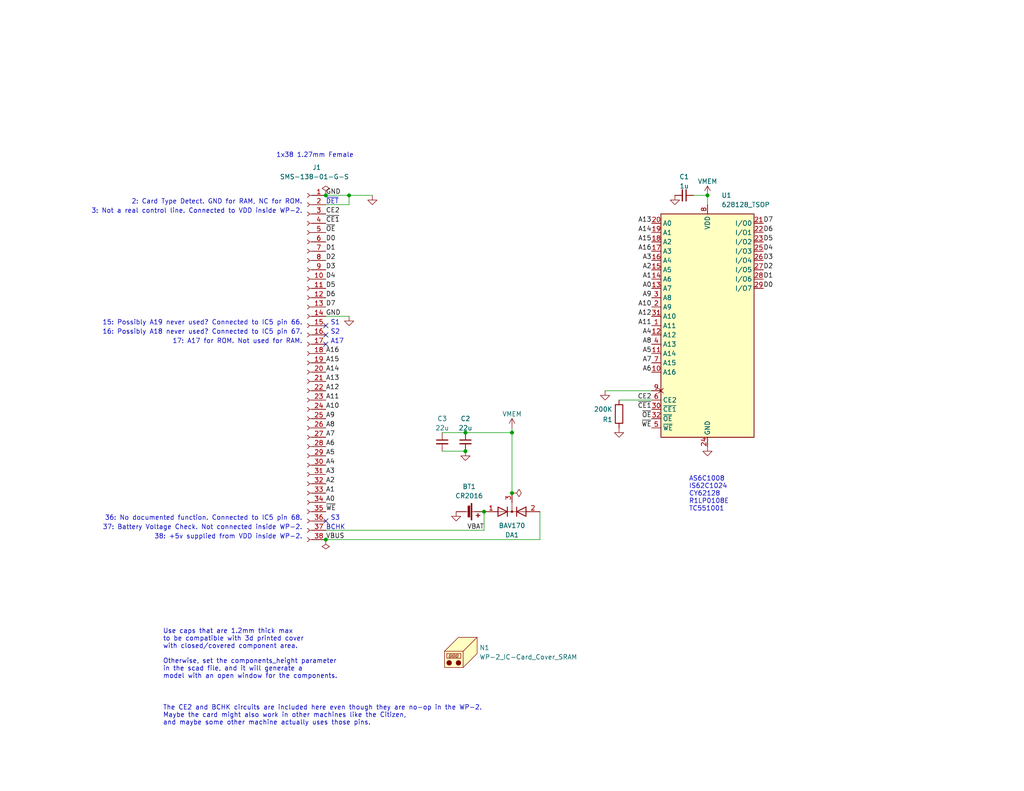
<source format=kicad_sch>
(kicad_sch (version 20231120) (generator "eeschema") (generator_version "8.0")
  (paper "USLetter")
  (title_block (title "WP-2_IC-Card_SRAM_128K") (date "2024-12-11") (rev "014") (company "Brian K. White - b.kenyon.w@gmail.com"))
  (lib_symbols
    (symbol "000_LOCAL:62-65C1024_TSOP-I-32"
      (property "Reference" "U" (at -10.16 31.75 0))
      (property "Value" "62-65C1024_TSOP-I-32" (at 12.7 31.75 0))
      (symbol "62-65C1024_TSOP-I-32_0_1"
        (rectangle (start -12.7 30.48) (end 12.7 -30.48) (stroke (width 0.254)) (fill (type background)))
      )
      (symbol "62-65C1024_TSOP-I-32_1_1"
        (pin input line (at -15.24 0 0) (length 2.54) (name "A11") (number "1"))
        (pin input line (at -15.24 -12.7 0) (length 2.54) (name "A16") (number "10"))
        (pin input line (at -15.24 -7.62 0) (length 2.54) (name "A14") (number "11"))
        (pin input line (at -15.24 -2.54 0) (length 2.54) (name "A12") (number "12"))
        (pin input line (at -15.24 10.16 0) (length 2.54) (name "A7") (number "13"))
        (pin input line (at -15.24 12.7 0) (length 2.54) (name "A6") (number "14"))
        (pin input line (at -15.24 15.24 0) (length 2.54) (name "A5") (number "15"))
        (pin input line (at -15.24 17.78 0) (length 2.54) (name "A4") (number "16"))
        (pin input line (at -15.24 20.32 0) (length 2.54) (name "A3") (number "17"))
        (pin input line (at -15.24 22.86 0) (length 2.54) (name "A2") (number "18"))
        (pin input line (at -15.24 25.4 0) (length 2.54) (name "A1") (number "19"))
        (pin input line (at -15.24 5.08 0) (length 2.54) (name "A9") (number "2"))
        (pin input line (at -15.24 27.94 0) (length 2.54) (name "A0") (number "20"))
        (pin bidirectional line (at 15.24 27.94 180) (length 2.54) (name "I/O0") (number "21"))
        (pin bidirectional line (at 15.24 25.4 180) (length 2.54) (name "I/O1") (number "22"))
        (pin bidirectional line (at 15.24 22.86 180) (length 2.54) (name "I/O2") (number "23"))
        (pin power_in line (at 0 -33.02 90) (length 2.54) (name "GND") (number "24"))
        (pin bidirectional line (at 15.24 20.32 180) (length 2.54) (name "I/O3") (number "25"))
        (pin bidirectional line (at 15.24 17.78 180) (length 2.54) (name "I/O4") (number "26"))
        (pin bidirectional line (at 15.24 15.24 180) (length 2.54) (name "I/O5") (number "27"))
        (pin bidirectional line (at 15.24 12.7 180) (length 2.54) (name "I/O6") (number "28"))
        (pin bidirectional line (at 15.24 10.16 180) (length 2.54) (name "I/O7") (number "29"))
        (pin input line (at -15.24 7.62 0) (length 2.54) (name "A8") (number "3"))
        (pin input line (at -15.24 -22.86 0) (length 2.54) (name "~{CE1}") (number "30"))
        (pin input line (at -15.24 2.54 0) (length 2.54) (name "A10") (number "31"))
        (pin input line (at -15.24 -25.4 0) (length 2.54) (name "~{OE}") (number "32"))
        (pin input line (at -15.24 -5.08 0) (length 2.54) (name "A13") (number "4"))
        (pin input line (at -15.24 -27.94 0) (length 2.54) (name "~{WE}") (number "5"))
        (pin input line (at -15.24 -20.32 0) (length 2.54) (name "CE2") (number "6"))
        (pin input line (at -15.24 -10.16 0) (length 2.54) (name "A15") (number "7"))
        (pin power_in line (at 0 33.02 270) (length 2.54) (name "VDD") (number "8"))
        (pin passive non_logic (at -15.24 -17.78 0) (length 2.54) (name "~") (number "9"))
      )
    )
    (symbol "000_LOCAL:BAV170" (pin_names hide)
      (property "Reference" "D" (at 0.635 -2.54 0))
      (property "Value" "BAV170" (at 0 2.54 0))
      (symbol "BAV170_0_1"
        (polyline (pts (xy -3.81 0) (xy 3.81 0)))
        (polyline (pts (xy 0 0) (xy 0 -2.54)))
        (polyline (pts (xy -1.27 -1.27) (xy -1.27 1.27) (xy -1.27 1.27)) (stroke (width 0.254)))
        (polyline (pts (xy 1.27 -1.27) (xy 1.27 1.27) (xy 1.27 1.27)) (stroke (width 0.254)))
        (polyline (pts (xy -3.81 1.27) (xy -1.27 0) (xy -3.81 -1.27) (xy -3.81 1.27) (xy -3.81 1.27) (xy -3.81 1.27)) (stroke (width 0.254)))
        (polyline (pts (xy 3.81 -1.27) (xy 1.27 0) (xy 3.81 1.27) (xy 3.81 -1.27) (xy 3.81 -1.27) (xy 3.81 -1.27)) (stroke (width 0.254)))
        (circle (center 0 0) (radius 0.254) (fill (type outline)))
        (pin passive line (at -7.62 0 0) (length 3.81) (name "A") (number "1"))
        (pin passive line (at 7.62 0 180) (length 3.81) (name "A") (number "2"))
        (pin passive line (at 0 -5.08 90) (length 2.54) (name "K") (number "3"))
      )
    )
    (symbol "000_LOCAL:C_Small" (pin_numbers hide) (pin_names (offset 0.254) hide)
      (property "Reference" "C" (at 0.254 1.778 0))
      (property "Value" "C_Small" (at 0.254 -2.032 0))
      (symbol "C_Small_0_1"
        (polyline (pts (xy -1.524 -0.508) (xy 1.524 -0.508)) (stroke (width 0.3302)))
        (polyline (pts (xy -1.524 0.508) (xy 1.524 0.508)) (stroke (width 0.3048)))
      )
      (symbol "C_Small_1_1"
        (pin passive line (at 0 2.54 270) (length 2.032) (name "~") (number "1"))
        (pin passive line (at 0 -2.54 90) (length 2.032) (name "~") (number "2"))
      )
    )
    (symbol "000_LOCAL:Conn_01x38_Female" (pin_names (offset 1.016) hide)
      (property "Reference" "J" (at 0 48.26 0))
      (property "Value" "Conn_01x38_Female" (at 0 -50.8 0))
      (symbol "Conn_01x38_Female_1_1"
        (arc (start 0 -47.752) (mid -0.5058 -48.26) (end 0 -48.768) (stroke (width 0.1524)))
        (arc (start 0 -45.212) (mid -0.5058 -45.72) (end 0 -46.228) (stroke (width 0.1524)))
        (arc (start 0 -42.672) (mid -0.5058 -43.18) (end 0 -43.688) (stroke (width 0.1524)))
        (arc (start 0 -40.132) (mid -0.5058 -40.64) (end 0 -41.148) (stroke (width 0.1524)))
        (arc (start 0 -37.592) (mid -0.5058 -38.1) (end 0 -38.608) (stroke (width 0.1524)))
        (arc (start 0 -35.052) (mid -0.5058 -35.56) (end 0 -36.068) (stroke (width 0.1524)))
        (arc (start 0 -32.512) (mid -0.5058 -33.02) (end 0 -33.528) (stroke (width 0.1524)))
        (arc (start 0 -29.972) (mid -0.5058 -30.48) (end 0 -30.988) (stroke (width 0.1524)))
        (arc (start 0 -27.432) (mid -0.5058 -27.94) (end 0 -28.448) (stroke (width 0.1524)))
        (arc (start 0 -24.892) (mid -0.5058 -25.4) (end 0 -25.908) (stroke (width 0.1524)))
        (arc (start 0 -22.352) (mid -0.5058 -22.86) (end 0 -23.368) (stroke (width 0.1524)))
        (arc (start 0 -19.812) (mid -0.5058 -20.32) (end 0 -20.828) (stroke (width 0.1524)))
        (arc (start 0 -17.272) (mid -0.5058 -17.78) (end 0 -18.288) (stroke (width 0.1524)))
        (arc (start 0 -14.732) (mid -0.5058 -15.24) (end 0 -15.748) (stroke (width 0.1524)))
        (arc (start 0 -12.192) (mid -0.5058 -12.7) (end 0 -13.208) (stroke (width 0.1524)))
        (arc (start 0 -9.652) (mid -0.5058 -10.16) (end 0 -10.668) (stroke (width 0.1524)))
        (arc (start 0 -7.112) (mid -0.5058 -7.62) (end 0 -8.128) (stroke (width 0.1524)))
        (arc (start 0 -4.572) (mid -0.5058 -5.08) (end 0 -5.588) (stroke (width 0.1524)))
        (arc (start 0 -2.032) (mid -0.5058 -2.54) (end 0 -3.048) (stroke (width 0.1524)))
        (polyline (pts (xy -1.27 -48.26) (xy -0.508 -48.26)) (stroke (width 0.1524)))
        (polyline (pts (xy -1.27 -45.72) (xy -0.508 -45.72)) (stroke (width 0.1524)))
        (polyline (pts (xy -1.27 -43.18) (xy -0.508 -43.18)) (stroke (width 0.1524)))
        (polyline (pts (xy -1.27 -40.64) (xy -0.508 -40.64)) (stroke (width 0.1524)))
        (polyline (pts (xy -1.27 -38.1) (xy -0.508 -38.1)) (stroke (width 0.1524)))
        (polyline (pts (xy -1.27 -35.56) (xy -0.508 -35.56)) (stroke (width 0.1524)))
        (polyline (pts (xy -1.27 -33.02) (xy -0.508 -33.02)) (stroke (width 0.1524)))
        (polyline (pts (xy -1.27 -30.48) (xy -0.508 -30.48)) (stroke (width 0.1524)))
        (polyline (pts (xy -1.27 -27.94) (xy -0.508 -27.94)) (stroke (width 0.1524)))
        (polyline (pts (xy -1.27 -25.4) (xy -0.508 -25.4)) (stroke (width 0.1524)))
        (polyline (pts (xy -1.27 -22.86) (xy -0.508 -22.86)) (stroke (width 0.1524)))
        (polyline (pts (xy -1.27 -20.32) (xy -0.508 -20.32)) (stroke (width 0.1524)))
        (polyline (pts (xy -1.27 -17.78) (xy -0.508 -17.78)) (stroke (width 0.1524)))
        (polyline (pts (xy -1.27 -15.24) (xy -0.508 -15.24)) (stroke (width 0.1524)))
        (polyline (pts (xy -1.27 -12.7) (xy -0.508 -12.7)) (stroke (width 0.1524)))
        (polyline (pts (xy -1.27 -10.16) (xy -0.508 -10.16)) (stroke (width 0.1524)))
        (polyline (pts (xy -1.27 -7.62) (xy -0.508 -7.62)) (stroke (width 0.1524)))
        (polyline (pts (xy -1.27 -5.08) (xy -0.508 -5.08)) (stroke (width 0.1524)))
        (polyline (pts (xy -1.27 -2.54) (xy -0.508 -2.54)) (stroke (width 0.1524)))
        (polyline (pts (xy -1.27 0) (xy -0.508 0)) (stroke (width 0.1524)))
        (polyline (pts (xy -1.27 2.54) (xy -0.508 2.54)) (stroke (width 0.1524)))
        (polyline (pts (xy -1.27 5.08) (xy -0.508 5.08)) (stroke (width 0.1524)))
        (polyline (pts (xy -1.27 7.62) (xy -0.508 7.62)) (stroke (width 0.1524)))
        (polyline (pts (xy -1.27 10.16) (xy -0.508 10.16)) (stroke (width 0.1524)))
        (polyline (pts (xy -1.27 12.7) (xy -0.508 12.7)) (stroke (width 0.1524)))
        (polyline (pts (xy -1.27 15.24) (xy -0.508 15.24)) (stroke (width 0.1524)))
        (polyline (pts (xy -1.27 17.78) (xy -0.508 17.78)) (stroke (width 0.1524)))
        (polyline (pts (xy -1.27 20.32) (xy -0.508 20.32)) (stroke (width 0.1524)))
        (polyline (pts (xy -1.27 22.86) (xy -0.508 22.86)) (stroke (width 0.1524)))
        (polyline (pts (xy -1.27 25.4) (xy -0.508 25.4)) (stroke (width 0.1524)))
        (polyline (pts (xy -1.27 27.94) (xy -0.508 27.94)) (stroke (width 0.1524)))
        (polyline (pts (xy -1.27 30.48) (xy -0.508 30.48)) (stroke (width 0.1524)))
        (polyline (pts (xy -1.27 33.02) (xy -0.508 33.02)) (stroke (width 0.1524)))
        (polyline (pts (xy -1.27 35.56) (xy -0.508 35.56)) (stroke (width 0.1524)))
        (polyline (pts (xy -1.27 38.1) (xy -0.508 38.1)) (stroke (width 0.1524)))
        (polyline (pts (xy -1.27 40.64) (xy -0.508 40.64)) (stroke (width 0.1524)))
        (polyline (pts (xy -1.27 43.18) (xy -0.508 43.18)) (stroke (width 0.1524)))
        (polyline (pts (xy -1.27 45.72) (xy -0.508 45.72)) (stroke (width 0.1524)))
        (arc (start 0 0.508) (mid -0.5058 0) (end 0 -0.508) (stroke (width 0.1524)))
        (arc (start 0 3.048) (mid -0.5058 2.54) (end 0 2.032) (stroke (width 0.1524)))
        (arc (start 0 5.588) (mid -0.5058 5.08) (end 0 4.572) (stroke (width 0.1524)))
        (arc (start 0 8.128) (mid -0.5058 7.62) (end 0 7.112) (stroke (width 0.1524)))
        (arc (start 0 10.668) (mid -0.5058 10.16) (end 0 9.652) (stroke (width 0.1524)))
        (arc (start 0 13.208) (mid -0.5058 12.7) (end 0 12.192) (stroke (width 0.1524)))
        (arc (start 0 15.748) (mid -0.5058 15.24) (end 0 14.732) (stroke (width 0.1524)))
        (arc (start 0 18.288) (mid -0.5058 17.78) (end 0 17.272) (stroke (width 0.1524)))
        (arc (start 0 20.828) (mid -0.5058 20.32) (end 0 19.812) (stroke (width 0.1524)))
        (arc (start 0 23.368) (mid -0.5058 22.86) (end 0 22.352) (stroke (width 0.1524)))
        (arc (start 0 25.908) (mid -0.5058 25.4) (end 0 24.892) (stroke (width 0.1524)))
        (arc (start 0 28.448) (mid -0.5058 27.94) (end 0 27.432) (stroke (width 0.1524)))
        (arc (start 0 30.988) (mid -0.5058 30.48) (end 0 29.972) (stroke (width 0.1524)))
        (arc (start 0 33.528) (mid -0.5058 33.02) (end 0 32.512) (stroke (width 0.1524)))
        (arc (start 0 36.068) (mid -0.5058 35.56) (end 0 35.052) (stroke (width 0.1524)))
        (arc (start 0 38.608) (mid -0.5058 38.1) (end 0 37.592) (stroke (width 0.1524)))
        (arc (start 0 41.148) (mid -0.5058 40.64) (end 0 40.132) (stroke (width 0.1524)))
        (arc (start 0 43.688) (mid -0.5058 43.18) (end 0 42.672) (stroke (width 0.1524)))
        (arc (start 0 46.228) (mid -0.5058 45.72) (end 0 45.212) (stroke (width 0.1524)))
        (pin passive line (at -5.08 45.72 0) (length 3.81) (name "Pin_1") (number "1"))
        (pin passive line (at -5.08 22.86 0) (length 3.81) (name "Pin_10") (number "10"))
        (pin passive line (at -5.08 20.32 0) (length 3.81) (name "Pin_11") (number "11"))
        (pin passive line (at -5.08 17.78 0) (length 3.81) (name "Pin_12") (number "12"))
        (pin passive line (at -5.08 15.24 0) (length 3.81) (name "Pin_13") (number "13"))
        (pin passive line (at -5.08 12.7 0) (length 3.81) (name "Pin_14") (number "14"))
        (pin passive line (at -5.08 10.16 0) (length 3.81) (name "Pin_15") (number "15"))
        (pin passive line (at -5.08 7.62 0) (length 3.81) (name "Pin_16") (number "16"))
        (pin passive line (at -5.08 5.08 0) (length 3.81) (name "Pin_17") (number "17"))
        (pin passive line (at -5.08 2.54 0) (length 3.81) (name "Pin_18") (number "18"))
        (pin passive line (at -5.08 0 0) (length 3.81) (name "Pin_19") (number "19"))
        (pin passive line (at -5.08 43.18 0) (length 3.81) (name "Pin_2") (number "2"))
        (pin passive line (at -5.08 -2.54 0) (length 3.81) (name "Pin_20") (number "20"))
        (pin passive line (at -5.08 -5.08 0) (length 3.81) (name "Pin_21") (number "21"))
        (pin passive line (at -5.08 -7.62 0) (length 3.81) (name "Pin_22") (number "22"))
        (pin passive line (at -5.08 -10.16 0) (length 3.81) (name "Pin_23") (number "23"))
        (pin passive line (at -5.08 -12.7 0) (length 3.81) (name "Pin_24") (number "24"))
        (pin passive line (at -5.08 -15.24 0) (length 3.81) (name "Pin_25") (number "25"))
        (pin passive line (at -5.08 -17.78 0) (length 3.81) (name "Pin_26") (number "26"))
        (pin passive line (at -5.08 -20.32 0) (length 3.81) (name "Pin_27") (number "27"))
        (pin passive line (at -5.08 -22.86 0) (length 3.81) (name "Pin_28") (number "28"))
        (pin passive line (at -5.08 -25.4 0) (length 3.81) (name "Pin_29") (number "29"))
        (pin passive line (at -5.08 40.64 0) (length 3.81) (name "Pin_3") (number "3"))
        (pin passive line (at -5.08 -27.94 0) (length 3.81) (name "Pin_30") (number "30"))
        (pin passive line (at -5.08 -30.48 0) (length 3.81) (name "Pin_31") (number "31"))
        (pin passive line (at -5.08 -33.02 0) (length 3.81) (name "Pin_32") (number "32"))
        (pin passive line (at -5.08 -35.56 0) (length 3.81) (name "Pin_33") (number "33"))
        (pin passive line (at -5.08 -38.1 0) (length 3.81) (name "Pin_34") (number "34"))
        (pin passive line (at -5.08 -40.64 0) (length 3.81) (name "Pin_35") (number "35"))
        (pin passive line (at -5.08 -43.18 0) (length 3.81) (name "Pin_36") (number "36"))
        (pin passive line (at -5.08 -45.72 0) (length 3.81) (name "Pin_37") (number "37"))
        (pin passive line (at -5.08 -48.26 0) (length 3.81) (name "Pin_38") (number "38"))
        (pin passive line (at -5.08 38.1 0) (length 3.81) (name "Pin_4") (number "4"))
        (pin passive line (at -5.08 35.56 0) (length 3.81) (name "Pin_5") (number "5"))
        (pin passive line (at -5.08 33.02 0) (length 3.81) (name "Pin_6") (number "6"))
        (pin passive line (at -5.08 30.48 0) (length 3.81) (name "Pin_7") (number "7"))
        (pin passive line (at -5.08 27.94 0) (length 3.81) (name "Pin_8") (number "8"))
        (pin passive line (at -5.08 25.4 0) (length 3.81) (name "Pin_9") (number "9"))
      )
    )
    (symbol "000_LOCAL:Housing" (pin_names (offset 1.016)) (exclude_from_sim yes)
      (property "Reference" "N" (at 3.81 0 0))
      (property "Value" "Housing" (at 3.81 -1.905 0))
      (symbol "Housing_0_1"
        (rectangle (start -5.08 -0.635) (end -1.27 -1.905))
        (circle (center -4.445 -3.175) (radius 0.635) (fill (type outline)))
        (circle (center -1.905 -3.175) (radius 0.635) (fill (type outline)))
        (polyline (pts (xy -4.5212 -1.5748) (xy -4.4704 -1.3716)))
        (polyline (pts (xy -4.4196 -1.6764) (xy -4.064 -1.6764)))
        (polyline (pts (xy -4.4196 -1.2192) (xy -4.3688 -0.9652)))
        (polyline (pts (xy -4.318 -1.3208) (xy -4.0132 -1.3208)))
        (polyline (pts (xy -4.2164 -0.9144) (xy -3.9116 -0.9144)))
        (polyline (pts (xy -3.9116 -1.6256) (xy -3.8608 -1.3716)))
        (polyline (pts (xy -3.81 -1.2192) (xy -3.7592 -0.9652)))
        (polyline (pts (xy -3.6068 -1.5748) (xy -3.556 -1.3716)))
        (polyline (pts (xy -3.5052 -1.6764) (xy -3.1496 -1.6764)))
        (polyline (pts (xy -3.5052 -1.2192) (xy -3.4544 -0.9652)))
        (polyline (pts (xy -3.4036 -1.3208) (xy -3.0988 -1.3208)))
        (polyline (pts (xy -3.302 -0.9144) (xy -2.9972 -0.9144)))
        (polyline (pts (xy -2.9972 -1.6256) (xy -2.9464 -1.3716)))
        (polyline (pts (xy -2.8956 -1.2192) (xy -2.8448 -0.9652)))
        (polyline (pts (xy -2.6924 -1.5748) (xy -2.6416 -1.3716)))
        (polyline (pts (xy -2.5908 -1.6764) (xy -2.2352 -1.6764)))
        (polyline (pts (xy -2.5908 -1.2192) (xy -2.54 -0.9652)))
        (polyline (pts (xy -2.4892 -1.3208) (xy -2.1844 -1.3208)))
        (polyline (pts (xy -2.3876 -0.9144) (xy -2.0828 -0.9144)))
        (polyline (pts (xy -2.0828 -1.6256) (xy -2.032 -1.3716)))
        (polyline (pts (xy -1.9812 -1.2192) (xy -1.9304 -0.9652)))
        (polyline (pts (xy -0.635 0) (xy -0.635 -4.445)))
        (polyline (pts (xy -5.715 0) (xy -0.635 0) (xy 3.175 3.81)))
        (polyline (pts (xy -5.715 0) (xy -5.715 -4.445) (xy -0.635 -4.445) (xy 3.175 -0.635) (xy 3.175 3.81) (xy -1.905 3.81) (xy -5.715 0)) (fill (type background)))
      )
    )
    (symbol "000_LOCAL:R" (pin_numbers hide) (pin_names (offset 0))
      (property "Reference" "R" (at 2.032 0 90))
      (property "Value" "R" (at 0 0 90))
      (symbol "R_0_1"
        (rectangle (start -1.016 -2.54) (end 1.016 2.54) (stroke (width 0.254)))
      )
      (symbol "R_1_1"
        (pin passive line (at 0 3.81 270) (length 1.27) (name "~") (number "1"))
        (pin passive line (at 0 -3.81 90) (length 1.27) (name "~") (number "2"))
      )
    )
    (symbol "Device:Battery_Cell" (pin_numbers hide) (pin_names (offset 0) hide)
      (property "Reference" "BT" (at 2.54 2.54 0))
      (property "Value" "Battery_Cell" (at 2.54 0 0))
      (symbol "Battery_Cell_0_1"
        (rectangle (start -2.286 1.778) (end 2.286 1.524) (fill (type outline)))
        (rectangle (start -1.5748 1.1938) (end 1.4732 0.6858) (fill (type outline)))
        (polyline (pts (xy 0 0.762) (xy 0 0)))
        (polyline (pts (xy 0 1.778) (xy 0 2.54)))
        (polyline (pts (xy 0.508 3.429) (xy 1.524 3.429)) (stroke (width 0.254)))
        (polyline (pts (xy 1.016 3.937) (xy 1.016 2.921)) (stroke (width 0.254)))
      )
      (symbol "Battery_Cell_1_1"
        (pin passive line (at 0 5.08 270) (length 2.54) (name "+") (number "1"))
        (pin passive line (at 0 -2.54 90) (length 2.54) (name "-") (number "2"))
      )
    )
    (symbol "power:GND" (power) (pin_names (offset 0))
      (property "Value" "GND" (at 0 -3.81 0))
      (symbol "GND_0_1"
        (polyline (pts (xy 0 0) (xy 0 -1.27) (xy 1.27 -1.27) (xy 0 -2.54) (xy -1.27 -1.27) (xy 0 -1.27)))
      )
      (symbol "GND_1_1"
        (pin power_in line (at 0 0 270) (length 0) hide (name "GND") (number "1"))
      )
    )
    (symbol "power:PWR_FLAG" (power) (pin_numbers hide) (pin_names (offset 0) hide)
      (property "Value" "PWR_FLAG" (at 0 3.81 0))
      (symbol "PWR_FLAG_0_0"
        (pin power_out line (at 0 0 90) (length 0) (name "pwr") (number "1"))
      )
      (symbol "PWR_FLAG_0_1"
        (polyline (pts (xy 0 0) (xy 0 1.27) (xy -1.016 1.905) (xy 0 2.54) (xy 1.016 1.905) (xy 0 1.27)))
      )
    )
    (symbol "power:VMEM" (power) (pin_names (offset 0))
      (property "Value" "VMEM" (at 0 3.81 0))
      (symbol "VMEM_0_1"
        (polyline (pts (xy -0.762 1.27) (xy 0 2.54)))
        (polyline (pts (xy 0 0) (xy 0 2.54)))
        (polyline (pts (xy 0 2.54) (xy 0.762 1.27)))
      )
      (symbol "VMEM_1_1"
        (pin power_in line (at 0 0 90) (length 0) hide (name "VMEM") (number "1"))
      )
    )
  )
  (junction (at 95.25 53.34))
  (junction (at 127 118.11))
  (junction (at 139.7 118.11))
  (junction (at 139.7 134.62))
  (junction (at 132.08 139.7))
  (junction (at 88.9 53.34))
  (junction (at 88.9 147.32))
  (junction (at 127 123.19))
  (junction (at 193.04 53.34))
  (no_connect (at 88.9 91.44))
  (no_connect (at 88.9 142.24))
  (no_connect (at 88.9 93.98))
  (no_connect (at 88.9 88.9))
  (wire (pts (xy 168.91 109.22) (xy 177.8 109.22)))
  (wire (pts (xy 127 118.11) (xy 139.7 118.11)))
  (wire (pts (xy 147.32 147.32) (xy 147.32 139.7)))
  (wire (pts (xy 120.65 118.11) (xy 127 118.11)))
  (wire (pts (xy 95.25 86.36) (xy 88.9 86.36)))
  (wire (pts (xy 165.1 106.68) (xy 177.8 106.68)))
  (wire (pts (xy 193.04 53.34) (xy 193.04 55.88)))
  (wire (pts (xy 120.65 123.19) (xy 127 123.19)))
  (wire (pts (xy 189.23 53.34) (xy 193.04 53.34)))
  (wire (pts (xy 95.25 55.88) (xy 88.9 55.88)))
  (wire (pts (xy 132.08 144.78) (xy 132.08 139.7)))
  (wire (pts (xy 88.9 147.32) (xy 147.32 147.32)))
  (wire (pts (xy 95.25 53.34) (xy 101.6 53.34)))
  (wire (pts (xy 95.25 53.34) (xy 88.9 53.34)))
  (wire (pts (xy 139.7 118.11) (xy 139.7 116.84)))
  (wire (pts (xy 139.7 118.11) (xy 139.7 134.62)))
  (wire (pts (xy 88.9 144.78) (xy 132.08 144.78)))
  (wire (pts (xy 95.25 53.34) (xy 95.25 55.88)))
  (text "3: Not a real control line. Connected to VDD inside WP-2." (at 82.55 58.42 0) (effects (font (size 1.27 1.27)) (justify right bottom)))
  (text "BCHK" (at 88.9 144.78 0) (effects (font (size 1.27 1.27)) (justify left bottom)))
  (text "S1" (at 90.17 88.9 0) (effects (font (size 1.27 1.27)) (justify left bottom)))
  (text "38: +5v supplied from VDD inside WP-2." (at 82.55 147.32 0) (effects (font (size 1.27 1.27)) (justify right bottom)))
  (text "A17" (at 90.17 93.98 0) (effects (font (size 1.27 1.27)) (justify left bottom)))
  (text "The CE2 and BCHK circuits are included here even though they are no-op in the WP-2.\nMaybe the card might also work in other machines like the Citizen,\nand maybe some other machine actually uses those pins." (at 44.45 198.12 0) (effects (font (size 1.27 1.27)) (justify left bottom)))
  (text "1x38 1.27mm Female" (at 96.52 43.18 0) (effects (font (size 1.27 1.27)) (justify right bottom)))
  (text "36: No documented function. Connected to IC5 pin 68." (at 82.55 142.24 0) (effects (font (size 1.27 1.27)) (justify right bottom)))
  (text "15: Possibly A19 never used? Connected to IC5 pin 66." (at 82.55 88.9 0) (effects (font (size 1.27 1.27)) (justify right bottom)))
  (text "37: Battery Voltage Check. Not connected inside WP-2." (at 82.55 144.78 0) (effects (font (size 1.27 1.27)) (justify right bottom)))
  (text "~{DET}" (at 88.9 55.88 0) (effects (font (size 1.27 1.27)) (justify left bottom)))
  (text "Use caps that are 1.2mm thick max\nto be compatible with 3d printed cover\nwith closed/covered component area.\n\nOtherwise, set the components_height parameter\nin the scad file, and it will generate a\nmodel with an open window for the components.\n" (at 44.45 185.42 0) (effects (font (size 1.27 1.27)) (justify left bottom)))
  (text "16: Possibly A18 never used? Connected to IC5 pin 67." (at 82.55 91.44 0) (effects (font (size 1.27 1.27)) (justify right bottom)))
  (text "S2" (at 90.17 91.44 0) (effects (font (size 1.27 1.27)) (justify left bottom)))
  (text "2: Card Type Detect. GND for RAM, NC for ROM." (at 82.55 55.88 0) (effects (font (size 1.27 1.27)) (justify right bottom)))
  (text "AS6C1008\nIS62C1024\nCY62128\nR1LP0108E\nTC551001" (at 187.96 139.7 0) (effects (font (size 1.27 1.27)) (justify left bottom)))
  (text "17: A17 for ROM. Not used for RAM." (at 82.55 93.98 0) (effects (font (size 1.27 1.27)) (justify right bottom)))
  (text "S3" (at 90.17 142.24 0) (effects (font (size 1.27 1.27)) (justify left bottom)))
  (label "A3" (at 177.8 71.12 180))
  (label "A10" (at 88.9 111.76 0))
  (label "D3" (at 208.28 71.12 0))
  (label "A1" (at 177.8 76.2 180))
  (label "D0" (at 88.9 66.04 0))
  (label "D7" (at 208.28 60.96 0))
  (label "D0" (at 208.28 78.74 0))
  (label "A11" (at 88.9 109.22 0))
  (label "A11" (at 177.8 88.9 180))
  (label "~{CE1}" (at 88.9 60.96 0))
  (label "VBAT" (at 132.08 144.78 180))
  (label "A13" (at 177.8 60.96 180))
  (label "A15" (at 177.8 66.04 180))
  (label "CE2" (at 177.8 109.22 180))
  (label "D3" (at 88.9 73.66 0))
  (label "A9" (at 88.9 114.3 0))
  (label "A10" (at 177.8 83.82 180))
  (label "~{WE}" (at 177.8 116.84 180))
  (label "GND" (at 88.9 86.36 0))
  (label "D7" (at 88.9 83.82 0))
  (label "A14" (at 88.9 101.6 0))
  (label "A16" (at 88.9 96.52 0))
  (label "A2" (at 177.8 73.66 180))
  (label "A4" (at 177.8 91.44 180))
  (label "CE2" (at 88.9 58.42 0))
  (label "A6" (at 177.8 101.6 180))
  (label "GND" (at 88.9 53.34 0))
  (label "A8" (at 88.9 116.84 0))
  (label "A14" (at 177.8 63.5 180))
  (label "D5" (at 88.9 78.74 0))
  (label "A7" (at 88.9 119.38 0))
  (label "A15" (at 88.9 99.06 0))
  (label "A3" (at 88.9 129.54 0))
  (label "VBUS" (at 88.9 147.32 0))
  (label "A8" (at 177.8 93.98 180))
  (label "~{OE}" (at 177.8 114.3 180))
  (label "A12" (at 88.9 106.68 0))
  (label "A5" (at 88.9 124.46 0))
  (label "A6" (at 88.9 121.92 0))
  (label "D1" (at 88.9 68.58 0))
  (label "A16" (at 177.8 68.58 180))
  (label "~{OE}" (at 88.9 63.5 0))
  (label "A5" (at 177.8 96.52 180))
  (label "A2" (at 88.9 132.08 0))
  (label "A7" (at 177.8 99.06 180))
  (label "A13" (at 88.9 104.14 0))
  (label "D4" (at 208.28 68.58 0))
  (label "A0" (at 177.8 78.74 180))
  (label "A12" (at 177.8 86.36 180))
  (label "A9" (at 177.8 81.28 180))
  (label "D2" (at 88.9 71.12 0))
  (label "~{CE1}" (at 177.8 111.76 180))
  (label "A1" (at 88.9 134.62 0))
  (label "~{WE}" (at 88.9 139.7 0))
  (label "A0" (at 88.9 137.16 0))
  (label "D2" (at 208.28 73.66 0))
  (label "D6" (at 208.28 63.5 0))
  (label "D6" (at 88.9 81.28 0))
  (label "D4" (at 88.9 76.2 0))
  (label "D5" (at 208.28 66.04 0))
  (label "A4" (at 88.9 127 0))
  (label "D1" (at 208.28 76.2 0))
  (symbol (lib_id "000_LOCAL:Conn_01x38_Female") (at 83.82 99.06 0) (mirror y) (unit 1)
    (property "Reference" "J1" (at 87.63 45.72 0) (effects (justify left)))
    (property "Value" "SMS-138-01-G-S" (at 95.25 48.26 0) (effects (justify left)))
    (property "Footprint" "000_LOCAL:SMS-138-01-x-x_pcb_edge" (effects (hide yes)))
    (property "Datasheet" "datasheets/sms.pdf" (effects (hide yes)))
    (property "Description" "CONN SKT .050\" 38POS" (effects (hide yes)))
    (property "MPN" "SMS-138-01-G-S" (effects (hide yes)))
  )
  (symbol (lib_id "power:GND") (at 101.6 53.34 0) (mirror y) (unit 1)
    (property "Reference" "#PWR0102" (effects (hide yes)))
    (property "Value" "GND" (effects (hide yes)))
  )
  (symbol (lib_id "power:GND") (at 193.04 121.92 0) (unit 1)
    (property "Reference" "#PWR0106" (effects (hide yes)))
    (property "Value" "GND" (effects (hide yes)))
  )
  (symbol (lib_id "power:GND") (at 127 123.19 0) (mirror y) (unit 1)
    (property "Reference" "#PWR0101" (effects (hide yes)))
    (property "Value" "GND" (effects (hide yes)))
  )
  (symbol (lib_id "Device:Battery_Cell") (at 127 139.7 270) (unit 1)
    (property "Reference" "BT1" (at 128.016 132.842 90))
    (property "Value" "CR2016" (at 128.016 135.382 90))
    (property "Footprint" "000_LOCAL:2016_battery_holder_smt" (effects (hide yes)))
    (property "Description" "BATTERY RETAINER COIN 20MM SMD" (effects (hide yes)))
    (property "MPN" "Keystone 3026" (effects (hide yes)))
  )
  (symbol (lib_id "000_LOCAL:R") (at 168.91 113.03 0) (mirror x) (unit 1)
    (property "Reference" "R1" (at 167.132 114.554 0) (effects (justify right)))
    (property "Value" "200K" (at 167.132 111.76 0) (effects (justify right)))
    (property "Footprint" "000_LOCAL:R_0805" (effects (hide yes)))
    (property "Description" "RES SMD 200K OHM 1% 1/8W 0805" (effects (hide yes)))
    (property "MPN" "CRCW0805200KFKEA" (effects (hide yes)))
  )
  (symbol (lib_id "000_LOCAL:C_Small") (at 186.69 53.34 270) (mirror x) (unit 1)
    (property "Reference" "C1" (at 186.69 48.26 90))
    (property "Value" "1u" (at 186.69 50.8 90))
    (property "Footprint" "000_LOCAL:C_0805" (effects (hide yes)))
    (property "Datasheet" "datasheets/CL21A105KBCLNNC.pdf" (effects (hide yes)))
    (property "Description" "CAP CER 1UF 50V X5R 0805 low profile" (effects (hide yes)))
    (property "MPN" "CL21A105KBCLNNC" (effects (hide yes)))
  )
  (symbol (lib_id "power:PWR_FLAG") (at 139.7 134.62 270) (mirror x) (unit 1)
    (property "Reference" "#FLG0102" (effects (hide yes)))
    (property "Value" "PWR_FLAG" (effects (hide yes)))
  )
  (symbol (lib_id "power:PWR_FLAG") (at 88.9 53.34 0) (unit 1)
    (property "Reference" "#FLG0103" (effects (hide yes)))
    (property "Value" "PWR_FLAG" (effects (hide yes)))
  )
  (symbol (lib_id "000_LOCAL:C_Small") (at 127 120.65 0) (mirror y) (unit 1)
    (property "Reference" "C2" (at 127 114.3 0))
    (property "Value" "22u" (at 127 116.84 0))
    (property "Footprint" "000_LOCAL:C_1206" (effects (hide yes)))
    (property "Datasheet" "datasheets/CL31A226MOCLNNC.pdf" (effects (hide yes)))
    (property "Description" "CAP CER 22UF 16V X5R 1206 low profile" (effects (hide yes)))
    (property "MPN" "CL31A226MOCLNNC" (effects (hide yes)))
  )
  (symbol (lib_id "power:GND") (at 124.46 139.7 0) (mirror y) (unit 1)
    (property "Reference" "#PWR01" (effects (hide yes)))
    (property "Value" "GND" (effects (hide yes)))
  )
  (symbol (lib_id "power:GND") (at 165.1 106.68 0) (unit 1)
    (property "Reference" "#PWR05" (effects (hide yes)))
    (property "Value" "GND" (effects (hide yes)))
  )
  (symbol (lib_id "000_LOCAL:Housing") (at 127 177.8 0) (unit 1) (exclude_from_sim yes) (in_bom no)
    (property "Reference" "N1" (at 130.81 176.8474 0) (effects (justify left)))
    (property "Value" "WP-2_IC-Card_Cover_SRAM" (at 130.81 179.3874 0) (effects (justify left)))
    (property "Footprint" "000_LOCAL:WP-2_IC-Card_Cover_SRAM" (effects (hide yes)))
    (property "Description" "Housing" (effects (hide yes)))
  )
  (symbol (lib_id "power:GND") (at 168.91 116.84 0) (unit 1)
    (property "Reference" "#PWR04" (effects (hide yes)))
    (property "Value" "GND" (effects (hide yes)))
  )
  (symbol (lib_id "power:GND") (at 184.15 53.34 0) (mirror y) (unit 1)
    (property "Reference" "#PWR02" (effects (hide yes)))
    (property "Value" "GND" (effects (hide yes)))
  )
  (symbol (lib_id "power:PWR_FLAG") (at 88.9 147.32 0) (mirror x) (unit 1)
    (property "Reference" "#FLG0101" (effects (hide yes)))
    (property "Value" "PWR_FLAG" (effects (hide yes)))
  )
  (symbol (lib_id "power:VMEM") (at 193.04 53.34 0) (unit 1)
    (property "Reference" "#PWR0111" (effects (hide yes)))
    (property "Value" "VMEM" (at 193.04 49.53 0))
  )
  (symbol (lib_id "000_LOCAL:C_Small") (at 120.65 120.65 0) (mirror y) (unit 1)
    (property "Reference" "C3" (at 120.65 114.3 0))
    (property "Value" "22u" (at 120.65 116.84 0))
    (property "Footprint" "000_LOCAL:C_1206" (effects (hide yes)))
    (property "Datasheet" "datasheets/CL31A226MOCLNNC.pdf" (effects (hide yes)))
    (property "Description" "CAP CER 22UF 16V X5R 1206 low profile" (effects (hide yes)))
    (property "MPN" "CL31A226MOCLNNC" (effects (hide yes)))
  )
  (symbol (lib_id "power:VMEM") (at 139.7 116.84 0) (unit 1)
    (property "Reference" "#PWR0112" (effects (hide yes)))
    (property "Value" "VMEM" (at 139.7 113.03 0))
  )
  (symbol (lib_id "000_LOCAL:BAV170") (at 139.7 139.7 0) (mirror x) (unit 1)
    (property "Reference" "DA1" (at 139.7 146.05 0))
    (property "Value" "BAV170" (at 139.7 143.51 0))
    (property "Footprint" "000_LOCAL:SOT-23" (effects (hide yes)))
    (property "Datasheet" "datasheets/BAV170.pdf" (effects (hide yes)))
    (property "Description" "DIODE ARRAY COMMON CATHODE GP 85V 125MA SOT23-3" (effects (hide yes)))
    (property "MPN" "BAV170-7-F" (effects (hide yes)))
  )
  (symbol (lib_id "power:GND") (at 95.25 86.36 0) (mirror y) (unit 1)
    (property "Reference" "#PWR03" (effects (hide yes)))
    (property "Value" "GND" (effects (hide yes)))
  )
  (symbol (lib_id "000_LOCAL:62-65C1024_TSOP-I-32") (at 193.04 88.9 0) (unit 1)
    (property "Reference" "U1" (at 196.85 53.34 0) (effects (justify left)))
    (property "Value" "628128_TSOP" (at 196.85 55.88 0) (effects (justify left)))
    (property "Footprint" "000_LOCAL:TSOP32-dual" (effects (hide yes)))
    (property "Datasheet" "datasheets/AS6C1008.pdf" (effects (hide yes)))
    (property "Description" "IC SRAM 1MBIT PARALLEL 32STSOP" (effects (hide yes)))
    (property "MPN" "AS6C1008-55STIN" (effects (hide yes)))
  )
)
</source>
